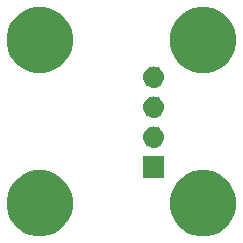
<source format=gbr>
G04 #@! TF.GenerationSoftware,KiCad,Pcbnew,(5.1.4)-1*
G04 #@! TF.CreationDate,2019-11-18T15:59:16-05:00*
G04 #@! TF.ProjectId,teh,7465682e-6b69-4636-9164-5f7063625858,rev?*
G04 #@! TF.SameCoordinates,Original*
G04 #@! TF.FileFunction,Soldermask,Bot*
G04 #@! TF.FilePolarity,Negative*
%FSLAX46Y46*%
G04 Gerber Fmt 4.6, Leading zero omitted, Abs format (unit mm)*
G04 Created by KiCad (PCBNEW (5.1.4)-1) date 2019-11-18 15:59:16*
%MOMM*%
%LPD*%
G04 APERTURE LIST*
%ADD10C,0.150000*%
G04 APERTURE END LIST*
D10*
G36*
X255604421Y-54164540D02*
G01*
X256114169Y-54375685D01*
X256114171Y-54375686D01*
X256572934Y-54682221D01*
X256963079Y-55072366D01*
X257269614Y-55531129D01*
X257269615Y-55531131D01*
X257480760Y-56040879D01*
X257588400Y-56582024D01*
X257588400Y-57133776D01*
X257480760Y-57674921D01*
X257269615Y-58184669D01*
X257269614Y-58184671D01*
X256963079Y-58643434D01*
X256572934Y-59033579D01*
X256114171Y-59340114D01*
X256114170Y-59340115D01*
X256114169Y-59340115D01*
X255604421Y-59551260D01*
X255063276Y-59658900D01*
X254511524Y-59658900D01*
X253970379Y-59551260D01*
X253460631Y-59340115D01*
X253460630Y-59340115D01*
X253460629Y-59340114D01*
X253001866Y-59033579D01*
X252611721Y-58643434D01*
X252305186Y-58184671D01*
X252305185Y-58184669D01*
X252094040Y-57674921D01*
X251986400Y-57133776D01*
X251986400Y-56582024D01*
X252094040Y-56040879D01*
X252305185Y-55531131D01*
X252305186Y-55531129D01*
X252611721Y-55072366D01*
X253001866Y-54682221D01*
X253460629Y-54375686D01*
X253460631Y-54375685D01*
X253970379Y-54164540D01*
X254511524Y-54056900D01*
X255063276Y-54056900D01*
X255604421Y-54164540D01*
X255604421Y-54164540D01*
G37*
G36*
X241774121Y-54164540D02*
G01*
X242283869Y-54375685D01*
X242283871Y-54375686D01*
X242742634Y-54682221D01*
X243132779Y-55072366D01*
X243439314Y-55531129D01*
X243439315Y-55531131D01*
X243650460Y-56040879D01*
X243758100Y-56582024D01*
X243758100Y-57133776D01*
X243650460Y-57674921D01*
X243439315Y-58184669D01*
X243439314Y-58184671D01*
X243132779Y-58643434D01*
X242742634Y-59033579D01*
X242283871Y-59340114D01*
X242283870Y-59340115D01*
X242283869Y-59340115D01*
X241774121Y-59551260D01*
X241232976Y-59658900D01*
X240681224Y-59658900D01*
X240140079Y-59551260D01*
X239630331Y-59340115D01*
X239630330Y-59340115D01*
X239630329Y-59340114D01*
X239171566Y-59033579D01*
X238781421Y-58643434D01*
X238474886Y-58184671D01*
X238474885Y-58184669D01*
X238263740Y-57674921D01*
X238156100Y-57133776D01*
X238156100Y-56582024D01*
X238263740Y-56040879D01*
X238474885Y-55531131D01*
X238474886Y-55531129D01*
X238781421Y-55072366D01*
X239171566Y-54682221D01*
X239630329Y-54375686D01*
X239630331Y-54375685D01*
X240140079Y-54164540D01*
X240681224Y-54056900D01*
X241232976Y-54056900D01*
X241774121Y-54164540D01*
X241774121Y-54164540D01*
G37*
G36*
X251497400Y-54698200D02*
G01*
X249695400Y-54698200D01*
X249695400Y-52896200D01*
X251497400Y-52896200D01*
X251497400Y-54698200D01*
X251497400Y-54698200D01*
G37*
G36*
X250706842Y-50362718D02*
G01*
X250773027Y-50369237D01*
X250942866Y-50420757D01*
X251099391Y-50504422D01*
X251135129Y-50533752D01*
X251236586Y-50617014D01*
X251319848Y-50718471D01*
X251349178Y-50754209D01*
X251432843Y-50910734D01*
X251484363Y-51080573D01*
X251501759Y-51257200D01*
X251484363Y-51433827D01*
X251432843Y-51603666D01*
X251349178Y-51760191D01*
X251319848Y-51795929D01*
X251236586Y-51897386D01*
X251135129Y-51980648D01*
X251099391Y-52009978D01*
X250942866Y-52093643D01*
X250773027Y-52145163D01*
X250706842Y-52151682D01*
X250640660Y-52158200D01*
X250552140Y-52158200D01*
X250485958Y-52151682D01*
X250419773Y-52145163D01*
X250249934Y-52093643D01*
X250093409Y-52009978D01*
X250057671Y-51980648D01*
X249956214Y-51897386D01*
X249872952Y-51795929D01*
X249843622Y-51760191D01*
X249759957Y-51603666D01*
X249708437Y-51433827D01*
X249691041Y-51257200D01*
X249708437Y-51080573D01*
X249759957Y-50910734D01*
X249843622Y-50754209D01*
X249872952Y-50718471D01*
X249956214Y-50617014D01*
X250057671Y-50533752D01*
X250093409Y-50504422D01*
X250249934Y-50420757D01*
X250419773Y-50369237D01*
X250485957Y-50362719D01*
X250552140Y-50356200D01*
X250640660Y-50356200D01*
X250706842Y-50362718D01*
X250706842Y-50362718D01*
G37*
G36*
X250706842Y-47822718D02*
G01*
X250773027Y-47829237D01*
X250942866Y-47880757D01*
X251099391Y-47964422D01*
X251135129Y-47993752D01*
X251236586Y-48077014D01*
X251319848Y-48178471D01*
X251349178Y-48214209D01*
X251432843Y-48370734D01*
X251484363Y-48540573D01*
X251501759Y-48717200D01*
X251484363Y-48893827D01*
X251432843Y-49063666D01*
X251349178Y-49220191D01*
X251319848Y-49255929D01*
X251236586Y-49357386D01*
X251135129Y-49440648D01*
X251099391Y-49469978D01*
X250942866Y-49553643D01*
X250773027Y-49605163D01*
X250706843Y-49611681D01*
X250640660Y-49618200D01*
X250552140Y-49618200D01*
X250485958Y-49611682D01*
X250419773Y-49605163D01*
X250249934Y-49553643D01*
X250093409Y-49469978D01*
X250057671Y-49440648D01*
X249956214Y-49357386D01*
X249872952Y-49255929D01*
X249843622Y-49220191D01*
X249759957Y-49063666D01*
X249708437Y-48893827D01*
X249691041Y-48717200D01*
X249708437Y-48540573D01*
X249759957Y-48370734D01*
X249843622Y-48214209D01*
X249872952Y-48178471D01*
X249956214Y-48077014D01*
X250057671Y-47993752D01*
X250093409Y-47964422D01*
X250249934Y-47880757D01*
X250419773Y-47829237D01*
X250485958Y-47822718D01*
X250552140Y-47816200D01*
X250640660Y-47816200D01*
X250706842Y-47822718D01*
X250706842Y-47822718D01*
G37*
G36*
X250706843Y-45282719D02*
G01*
X250773027Y-45289237D01*
X250942866Y-45340757D01*
X251099391Y-45424422D01*
X251135129Y-45453752D01*
X251236586Y-45537014D01*
X251319848Y-45638471D01*
X251349178Y-45674209D01*
X251432843Y-45830734D01*
X251484363Y-46000573D01*
X251501759Y-46177200D01*
X251484363Y-46353827D01*
X251432843Y-46523666D01*
X251349178Y-46680191D01*
X251319848Y-46715929D01*
X251236586Y-46817386D01*
X251135129Y-46900648D01*
X251099391Y-46929978D01*
X250942866Y-47013643D01*
X250773027Y-47065163D01*
X250706843Y-47071681D01*
X250640660Y-47078200D01*
X250552140Y-47078200D01*
X250485957Y-47071681D01*
X250419773Y-47065163D01*
X250249934Y-47013643D01*
X250093409Y-46929978D01*
X250057671Y-46900648D01*
X249956214Y-46817386D01*
X249872952Y-46715929D01*
X249843622Y-46680191D01*
X249759957Y-46523666D01*
X249708437Y-46353827D01*
X249691041Y-46177200D01*
X249708437Y-46000573D01*
X249759957Y-45830734D01*
X249843622Y-45674209D01*
X249872952Y-45638471D01*
X249956214Y-45537014D01*
X250057671Y-45453752D01*
X250093409Y-45424422D01*
X250249934Y-45340757D01*
X250419773Y-45289237D01*
X250485958Y-45282718D01*
X250552140Y-45276200D01*
X250640660Y-45276200D01*
X250706843Y-45282719D01*
X250706843Y-45282719D01*
G37*
G36*
X255604421Y-40334240D02*
G01*
X256114169Y-40545385D01*
X256114171Y-40545386D01*
X256572934Y-40851921D01*
X256963079Y-41242066D01*
X257269614Y-41700829D01*
X257269615Y-41700831D01*
X257480760Y-42210579D01*
X257588400Y-42751724D01*
X257588400Y-43303476D01*
X257480760Y-43844621D01*
X257269615Y-44354369D01*
X257269614Y-44354371D01*
X256963079Y-44813134D01*
X256572934Y-45203279D01*
X256114171Y-45509814D01*
X256114170Y-45509815D01*
X256114169Y-45509815D01*
X255604421Y-45720960D01*
X255063276Y-45828600D01*
X254511524Y-45828600D01*
X253970379Y-45720960D01*
X253460631Y-45509815D01*
X253460630Y-45509815D01*
X253460629Y-45509814D01*
X253001866Y-45203279D01*
X252611721Y-44813134D01*
X252305186Y-44354371D01*
X252305185Y-44354369D01*
X252094040Y-43844621D01*
X251986400Y-43303476D01*
X251986400Y-42751724D01*
X252094040Y-42210579D01*
X252305185Y-41700831D01*
X252305186Y-41700829D01*
X252611721Y-41242066D01*
X253001866Y-40851921D01*
X253460629Y-40545386D01*
X253460631Y-40545385D01*
X253970379Y-40334240D01*
X254511524Y-40226600D01*
X255063276Y-40226600D01*
X255604421Y-40334240D01*
X255604421Y-40334240D01*
G37*
G36*
X241774121Y-40334240D02*
G01*
X242283869Y-40545385D01*
X242283871Y-40545386D01*
X242742634Y-40851921D01*
X243132779Y-41242066D01*
X243439314Y-41700829D01*
X243439315Y-41700831D01*
X243650460Y-42210579D01*
X243758100Y-42751724D01*
X243758100Y-43303476D01*
X243650460Y-43844621D01*
X243439315Y-44354369D01*
X243439314Y-44354371D01*
X243132779Y-44813134D01*
X242742634Y-45203279D01*
X242283871Y-45509814D01*
X242283870Y-45509815D01*
X242283869Y-45509815D01*
X241774121Y-45720960D01*
X241232976Y-45828600D01*
X240681224Y-45828600D01*
X240140079Y-45720960D01*
X239630331Y-45509815D01*
X239630330Y-45509815D01*
X239630329Y-45509814D01*
X239171566Y-45203279D01*
X238781421Y-44813134D01*
X238474886Y-44354371D01*
X238474885Y-44354369D01*
X238263740Y-43844621D01*
X238156100Y-43303476D01*
X238156100Y-42751724D01*
X238263740Y-42210579D01*
X238474885Y-41700831D01*
X238474886Y-41700829D01*
X238781421Y-41242066D01*
X239171566Y-40851921D01*
X239630329Y-40545386D01*
X239630331Y-40545385D01*
X240140079Y-40334240D01*
X240681224Y-40226600D01*
X241232976Y-40226600D01*
X241774121Y-40334240D01*
X241774121Y-40334240D01*
G37*
M02*

</source>
